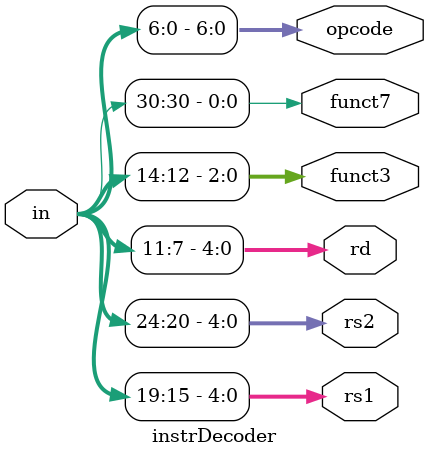
<source format=v>
module instrDecoder(
    input [31:0] in,
    output [4:0] rs1, rs2, rd,
    output [2:0] funct3,
    output funct7,
    output [6:0] opcode
    );

    assign opcode = in[6:0];
    assign funct7 = in[30];
    assign rs2 = in[24:20];
    assign rs1 = in[19:15];
    assign funct3 = in[14:12];
    assign rd = in[11:7];

endmodule
</source>
